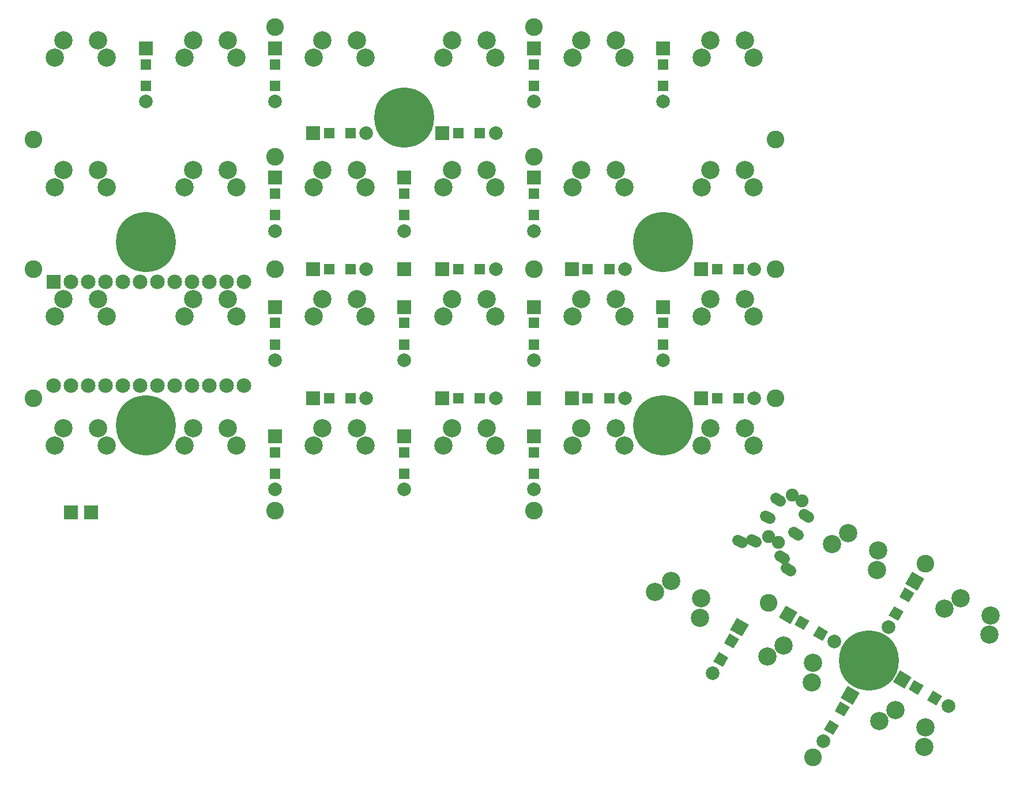
<source format=gts>
G04 #@! TF.FileFunction,Soldermask,Top*
%FSLAX46Y46*%
G04 Gerber Fmt 4.6, Leading zero omitted, Abs format (unit mm)*
G04 Created by KiCad (PCBNEW 4.0.7) date 2017 December 06, Wednesday 22:25:54*
%MOMM*%
%LPD*%
G01*
G04 APERTURE LIST*
%ADD10C,0.100000*%
%ADD11C,2.600000*%
%ADD12C,2.686000*%
%ADD13C,8.800000*%
%ADD14C,2.000000*%
%ADD15R,1.600000X1.600000*%
%ADD16R,2.000000X2.000000*%
%ADD17C,1.900000*%
%ADD18C,1.600000*%
%ADD19R,2.100000X2.100000*%
%ADD20R,2.152600X2.152600*%
%ADD21C,2.152600*%
G04 APERTURE END LIST*
D10*
D11*
X155500000Y-67500000D03*
X155500000Y-51000000D03*
X117500000Y-51000000D03*
D12*
X181460000Y-71920000D03*
X186540000Y-71920000D03*
X187810000Y-74460000D03*
X180190000Y-74460000D03*
D13*
X136500000Y-45250000D03*
D11*
X82000000Y-67500000D03*
X191000000Y-67500000D03*
D13*
X174500000Y-63500000D03*
X98500000Y-63500000D03*
D11*
X82000000Y-48500000D03*
X117500000Y-67500000D03*
X155500000Y-32000000D03*
X117500000Y-103000000D03*
D10*
G36*
X208419680Y-117021170D02*
X209805320Y-117821170D01*
X209005320Y-119206810D01*
X207619680Y-118406810D01*
X208419680Y-117021170D01*
X208419680Y-117021170D01*
G37*
G36*
X209994680Y-114293190D02*
X211380320Y-115093190D01*
X210580320Y-116478830D01*
X209194680Y-115678830D01*
X209994680Y-114293190D01*
X209994680Y-114293190D01*
G37*
G36*
X211083975Y-112006476D02*
X212816025Y-113006476D01*
X211816025Y-114738526D01*
X210083975Y-113738526D01*
X211083975Y-112006476D01*
X211083975Y-112006476D01*
G37*
D14*
X207550000Y-120127499D03*
D12*
X105460000Y-71920000D03*
X110540000Y-71920000D03*
X111810000Y-74460000D03*
X104190000Y-74460000D03*
X181460000Y-52920000D03*
X186540000Y-52920000D03*
X187810000Y-55460000D03*
X180190000Y-55460000D03*
D13*
X204750000Y-125000000D03*
D12*
X105460000Y-52920000D03*
X110540000Y-52920000D03*
X111810000Y-55460000D03*
X104190000Y-55460000D03*
D13*
X98500000Y-90500000D03*
D12*
X162460000Y-71920000D03*
X167540000Y-71920000D03*
X168810000Y-74460000D03*
X161190000Y-74460000D03*
X86460000Y-71920000D03*
X91540000Y-71920000D03*
X92810000Y-74460000D03*
X85190000Y-74460000D03*
D15*
X174500000Y-40575000D03*
X174500000Y-37425000D03*
D16*
X174500000Y-35100000D03*
D14*
X174500000Y-42900000D03*
D15*
X117500000Y-59575000D03*
X117500000Y-56425000D03*
D16*
X117500000Y-54100000D03*
D14*
X117500000Y-61900000D03*
D15*
X128575000Y-67500000D03*
X125425000Y-67500000D03*
D16*
X123100000Y-67500000D03*
D14*
X130900000Y-67500000D03*
D15*
X136500000Y-59575000D03*
X136500000Y-56425000D03*
D16*
X136500000Y-54100000D03*
D14*
X136500000Y-61900000D03*
D15*
X147575000Y-67500000D03*
X144425000Y-67500000D03*
D16*
X142100000Y-67500000D03*
D14*
X149900000Y-67500000D03*
D15*
X155500000Y-59575000D03*
X155500000Y-56425000D03*
D16*
X155500000Y-54100000D03*
D14*
X155500000Y-61900000D03*
D15*
X185575000Y-67500000D03*
X182425000Y-67500000D03*
D16*
X180100000Y-67500000D03*
D14*
X187900000Y-67500000D03*
D15*
X117500000Y-78575000D03*
X117500000Y-75425000D03*
D16*
X117500000Y-73100000D03*
D14*
X117500000Y-80900000D03*
D15*
X136500000Y-78575000D03*
X136500000Y-75425000D03*
D16*
X136500000Y-73100000D03*
D14*
X136500000Y-80900000D03*
D15*
X147575000Y-86500000D03*
X144425000Y-86500000D03*
D16*
X142100000Y-86500000D03*
D14*
X149900000Y-86500000D03*
D15*
X155500000Y-78575000D03*
X155500000Y-75425000D03*
D16*
X155500000Y-73100000D03*
D14*
X155500000Y-80900000D03*
D15*
X166575000Y-67500000D03*
X163425000Y-67500000D03*
D16*
X161100000Y-67500000D03*
D14*
X168900000Y-67500000D03*
D15*
X174500000Y-78575000D03*
X174500000Y-75425000D03*
D16*
X174500000Y-73100000D03*
D14*
X174500000Y-80900000D03*
D15*
X117500000Y-97575000D03*
X117500000Y-94425000D03*
D16*
X117500000Y-92100000D03*
D14*
X117500000Y-99900000D03*
D15*
X128575000Y-86500000D03*
X125425000Y-86500000D03*
D16*
X123100000Y-86500000D03*
D14*
X130900000Y-86500000D03*
D15*
X136500000Y-97575000D03*
X136500000Y-94425000D03*
D16*
X136500000Y-92100000D03*
D14*
X136500000Y-99900000D03*
D15*
X155500000Y-97575000D03*
X155500000Y-94425000D03*
D16*
X155500000Y-92100000D03*
D14*
X155500000Y-99900000D03*
D15*
X166575000Y-86500000D03*
X163425000Y-86500000D03*
D16*
X161100000Y-86500000D03*
D14*
X168900000Y-86500000D03*
D10*
G36*
X182669680Y-123771170D02*
X184055320Y-124571170D01*
X183255320Y-125956810D01*
X181869680Y-125156810D01*
X182669680Y-123771170D01*
X182669680Y-123771170D01*
G37*
G36*
X184244680Y-121043190D02*
X185630320Y-121843190D01*
X184830320Y-123228830D01*
X183444680Y-122428830D01*
X184244680Y-121043190D01*
X184244680Y-121043190D01*
G37*
G36*
X185333975Y-118756476D02*
X187066025Y-119756476D01*
X186066025Y-121488526D01*
X184333975Y-120488526D01*
X185333975Y-118756476D01*
X185333975Y-118756476D01*
G37*
D14*
X181800000Y-126877499D03*
D10*
G36*
X198919680Y-133771170D02*
X200305320Y-134571170D01*
X199505320Y-135956810D01*
X198119680Y-135156810D01*
X198919680Y-133771170D01*
X198919680Y-133771170D01*
G37*
G36*
X200494680Y-131043190D02*
X201880320Y-131843190D01*
X201080320Y-133228830D01*
X199694680Y-132428830D01*
X200494680Y-131043190D01*
X200494680Y-131043190D01*
G37*
G36*
X201583975Y-128756476D02*
X203316025Y-129756476D01*
X202316025Y-131488526D01*
X200583975Y-130488526D01*
X201583975Y-128756476D01*
X201583975Y-128756476D01*
G37*
D14*
X198050000Y-136877499D03*
D10*
G36*
X213271170Y-130830320D02*
X214071170Y-129444680D01*
X215456810Y-130244680D01*
X214656810Y-131630320D01*
X213271170Y-130830320D01*
X213271170Y-130830320D01*
G37*
G36*
X210543190Y-129255320D02*
X211343190Y-127869680D01*
X212728830Y-128669680D01*
X211928830Y-130055320D01*
X210543190Y-129255320D01*
X210543190Y-129255320D01*
G37*
G36*
X208256476Y-128166025D02*
X209256476Y-126433975D01*
X210988526Y-127433975D01*
X209988526Y-129166025D01*
X208256476Y-128166025D01*
X208256476Y-128166025D01*
G37*
D14*
X216377499Y-131700000D03*
D10*
G36*
X196521170Y-121330320D02*
X197321170Y-119944680D01*
X198706810Y-120744680D01*
X197906810Y-122130320D01*
X196521170Y-121330320D01*
X196521170Y-121330320D01*
G37*
G36*
X193793190Y-119755320D02*
X194593190Y-118369680D01*
X195978830Y-119169680D01*
X195178830Y-120555320D01*
X193793190Y-119755320D01*
X193793190Y-119755320D01*
G37*
G36*
X191506476Y-118666025D02*
X192506476Y-116933975D01*
X194238526Y-117933975D01*
X193238526Y-119666025D01*
X191506476Y-118666025D01*
X191506476Y-118666025D01*
G37*
D14*
X199627499Y-122200000D03*
D17*
X191416923Y-107626907D03*
X194916923Y-101564729D03*
D18*
X190955930Y-101125369D02*
X191648750Y-101525369D01*
X189455930Y-103723446D02*
X190148750Y-104123446D01*
X187455930Y-107187547D02*
X188148750Y-107587547D01*
X192535095Y-111390175D02*
X193227915Y-111790175D01*
X186126507Y-107690175D02*
X185433687Y-107290175D01*
X192305672Y-109987547D02*
X191612852Y-109587547D01*
X194305672Y-106523446D02*
X193612852Y-106123446D01*
X195805672Y-103925369D02*
X195112852Y-103525369D01*
D17*
X193444680Y-100714729D03*
X189944680Y-106776907D03*
D12*
X86460000Y-52920000D03*
X91540000Y-52920000D03*
X92810000Y-55460000D03*
X85190000Y-55460000D03*
X124460000Y-52920000D03*
X129540000Y-52920000D03*
X130810000Y-55460000D03*
X123190000Y-55460000D03*
X143460000Y-52920000D03*
X148540000Y-52920000D03*
X149810000Y-55460000D03*
X142190000Y-55460000D03*
X162460000Y-52920000D03*
X167540000Y-52920000D03*
X168810000Y-55460000D03*
X161190000Y-55460000D03*
X124460000Y-71920000D03*
X129540000Y-71920000D03*
X130810000Y-74460000D03*
X123190000Y-74460000D03*
X143460000Y-71920000D03*
X148540000Y-71920000D03*
X149810000Y-74460000D03*
X142190000Y-74460000D03*
X86460000Y-90920000D03*
X91540000Y-90920000D03*
X92810000Y-93460000D03*
X85190000Y-93460000D03*
X105460000Y-90920000D03*
X110540000Y-90920000D03*
X111810000Y-93460000D03*
X104190000Y-93460000D03*
X124460000Y-90920000D03*
X129540000Y-90920000D03*
X130810000Y-93460000D03*
X123190000Y-93460000D03*
X143460000Y-90920000D03*
X148540000Y-90920000D03*
X149810000Y-93460000D03*
X142190000Y-93460000D03*
X162460000Y-90920000D03*
X167540000Y-90920000D03*
X168810000Y-93460000D03*
X161190000Y-93460000D03*
X181460000Y-90920000D03*
X186540000Y-90920000D03*
X187810000Y-93460000D03*
X180190000Y-93460000D03*
X175640295Y-113330591D03*
X180039705Y-115870591D03*
X179869557Y-118705295D03*
X173270443Y-114895295D03*
X192140295Y-122830591D03*
X196539705Y-125370591D03*
X196369557Y-128205295D03*
X189770443Y-124395295D03*
X208640295Y-132330591D03*
X213039705Y-134870591D03*
X212869557Y-137705295D03*
X206270443Y-133895295D03*
X218140295Y-115830591D03*
X222539705Y-118370591D03*
X222369557Y-121205295D03*
X215770443Y-117395295D03*
X201640295Y-106330591D03*
X206039705Y-108870591D03*
X205869557Y-111705295D03*
X199270443Y-107895295D03*
D19*
X155500000Y-86500000D03*
X90500000Y-103250000D03*
X87500000Y-103250000D03*
X136500000Y-67500000D03*
D11*
X117500000Y-32000000D03*
X190000000Y-116500000D03*
X196500000Y-139250000D03*
X213000000Y-110750000D03*
X191000000Y-86500000D03*
X191000000Y-48500000D03*
X155500000Y-103000000D03*
X82000000Y-86500000D03*
D13*
X174500000Y-90500000D03*
D20*
X85030000Y-69380000D03*
D21*
X87570000Y-69380000D03*
X90110000Y-69380000D03*
X92650000Y-69380000D03*
X95190000Y-69380000D03*
X97730000Y-69380000D03*
X100270000Y-69380000D03*
X102810000Y-69380000D03*
X105350000Y-69380000D03*
X107890000Y-69380000D03*
X110430000Y-69380000D03*
X112970000Y-84620000D03*
X110430000Y-84620000D03*
X107890000Y-84620000D03*
X105350000Y-84620000D03*
X102810000Y-84620000D03*
X100270000Y-84620000D03*
X97730000Y-84620000D03*
X95190000Y-84620000D03*
X92650000Y-84620000D03*
X90110000Y-84620000D03*
X87570000Y-84620000D03*
X112970000Y-69380000D03*
X85030000Y-84620000D03*
D15*
X98500000Y-40575000D03*
X98500000Y-37425000D03*
D16*
X98500000Y-35100000D03*
D14*
X98500000Y-42900000D03*
D15*
X117500000Y-40575000D03*
X117500000Y-37425000D03*
D16*
X117500000Y-35100000D03*
D14*
X117500000Y-42900000D03*
D15*
X128575000Y-47500000D03*
X125425000Y-47500000D03*
D16*
X123100000Y-47500000D03*
D14*
X130900000Y-47500000D03*
D15*
X147575000Y-47500000D03*
X144425000Y-47500000D03*
D16*
X142100000Y-47500000D03*
D14*
X149900000Y-47500000D03*
D15*
X155500000Y-40575000D03*
X155500000Y-37425000D03*
D16*
X155500000Y-35100000D03*
D14*
X155500000Y-42900000D03*
D12*
X86460000Y-33920000D03*
X91540000Y-33920000D03*
X92810000Y-36460000D03*
X85190000Y-36460000D03*
X105460000Y-33920000D03*
X110540000Y-33920000D03*
X111810000Y-36460000D03*
X104190000Y-36460000D03*
X124460000Y-33920000D03*
X129540000Y-33920000D03*
X130810000Y-36460000D03*
X123190000Y-36460000D03*
X143460000Y-33920000D03*
X148540000Y-33920000D03*
X149810000Y-36460000D03*
X142190000Y-36460000D03*
X162460000Y-33920000D03*
X167540000Y-33920000D03*
X168810000Y-36460000D03*
X161190000Y-36460000D03*
X181460000Y-33920000D03*
X186540000Y-33920000D03*
X187810000Y-36460000D03*
X180190000Y-36460000D03*
D15*
X185575000Y-86500000D03*
X182425000Y-86500000D03*
D16*
X180100000Y-86500000D03*
D14*
X187900000Y-86500000D03*
M02*

</source>
